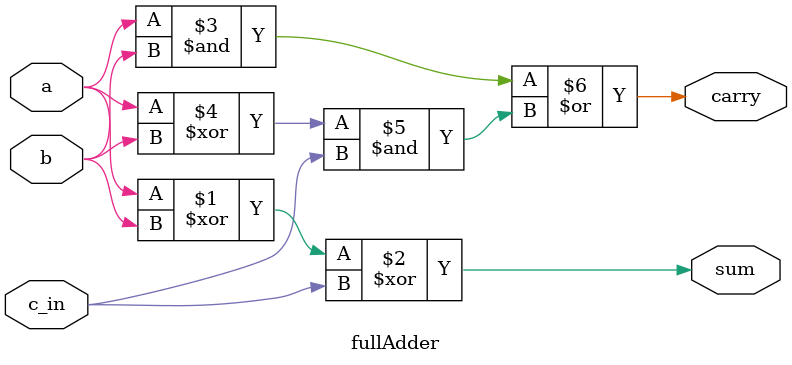
<source format=v>
`timescale 1ns / 1ps
module fullAdder(
    input a,
    input b,
    input c_in,
    output sum,
    output carry
    );
	 assign sum = (a^b^c_in);
	 assign carry = (a&b)|((a^b)&c_in);


endmodule

</source>
